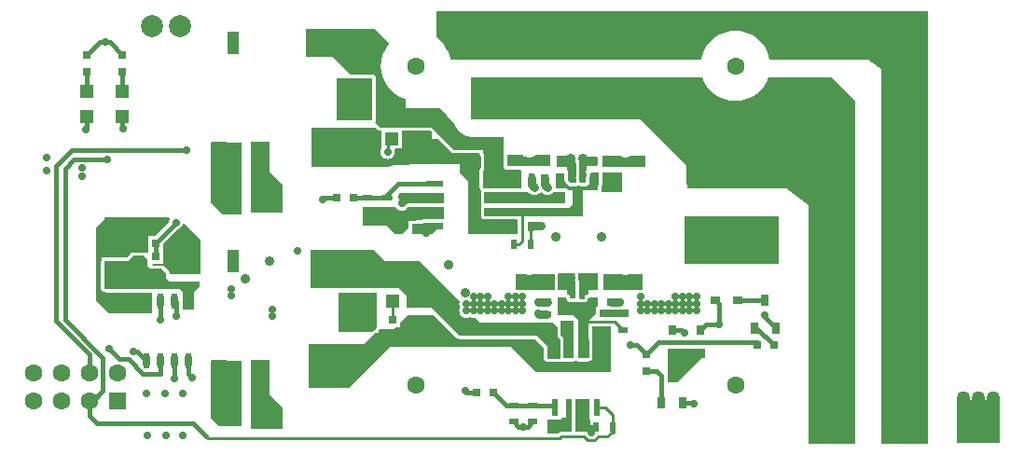
<source format=gtl>
G04*
G04 #@! TF.GenerationSoftware,Altium Limited,Altium Designer,18.0.7 (293)*
G04*
G04 Layer_Physical_Order=1*
G04 Layer_Color=255*
%FSLAX25Y25*%
%MOIN*%
G70*
G01*
G75*
%ADD10C,0.01000*%
%ADD21R,0.03543X0.03150*%
%ADD22R,0.03150X0.04331*%
%ADD23R,0.03000X0.03000*%
%ADD24R,0.03150X0.03543*%
%ADD25O,0.02362X0.05709*%
%ADD26R,0.02362X0.06102*%
%ADD27R,0.07874X0.05906*%
%ADD28R,0.03937X0.08268*%
%ADD29R,0.15748X0.15748*%
%ADD30R,0.05000X0.04500*%
%ADD31R,0.14567X0.06693*%
%ADD32R,0.07087X0.05118*%
%ADD33R,0.03543X0.02362*%
%ADD34R,0.02362X0.03543*%
%ADD35R,0.05118X0.07087*%
%ADD36R,0.03000X0.03000*%
%ADD37R,0.06102X0.02362*%
%ADD61C,0.01500*%
%ADD62C,0.03000*%
%ADD63C,0.02000*%
%ADD64C,0.06299*%
%ADD65R,0.06299X0.06299*%
%ADD66C,0.07874*%
%ADD67C,0.03500*%
%ADD68C,0.02756*%
%ADD69C,0.05000*%
G36*
X474050Y40413D02*
X457350Y40413D01*
X457350Y174412D01*
X452800Y177900D01*
X428300Y177900D01*
X417590D01*
X417194Y179547D01*
X416442Y181364D01*
X415414Y183041D01*
X414137Y184537D01*
X412641Y185814D01*
X410964Y186842D01*
X409147Y187594D01*
X407234Y188054D01*
X405273Y188208D01*
X403312Y188054D01*
X401400Y187594D01*
X399583Y186842D01*
X397905Y185814D01*
X396410Y184537D01*
X395132Y183041D01*
X394105Y181364D01*
X393352Y179547D01*
X392957Y177900D01*
X303416D01*
X303296Y178400D01*
D01*
X303021Y179547D01*
X302269Y181364D01*
X301900Y181965D01*
X301241Y183041D01*
X299963Y184537D01*
X298468Y185814D01*
X298400Y185855D01*
X298400Y195300D01*
X301900D01*
D01*
X392200D01*
Y195300D01*
X454603Y195300D01*
X474050Y195300D01*
X474050Y40413D01*
D02*
G37*
G36*
X448000Y162872D02*
X448000Y40413D01*
X431300Y40413D01*
Y125920D01*
X423500Y131900D01*
X388000D01*
Y139800D01*
X371400Y156400D01*
X310700D01*
Y171600D01*
X393435D01*
X394105Y169983D01*
X395132Y168306D01*
X396410Y166810D01*
X397905Y165532D01*
X399583Y164505D01*
X401400Y163752D01*
X403312Y163293D01*
X405273Y163138D01*
X407234Y163293D01*
X409147Y163752D01*
X410964Y164505D01*
X412641Y165532D01*
X414137Y166810D01*
X415414Y168306D01*
X416442Y169983D01*
X417112Y171600D01*
X422400D01*
Y171613D01*
X439747D01*
X448000Y162872D01*
D02*
G37*
G36*
X275500Y156100D02*
X262900D01*
Y171300D01*
X275500D01*
Y156100D01*
D02*
G37*
G36*
X373200Y139400D02*
X357700D01*
Y143400D01*
X364317D01*
X364361Y143371D01*
X365105Y143063D01*
X365489Y142986D01*
X365566Y142971D01*
X366371D01*
X366463Y142989D01*
X366832Y143063D01*
X367576Y143371D01*
X367620Y143400D01*
X373200D01*
Y139400D01*
D02*
G37*
G36*
X339200Y139800D02*
X323700D01*
Y143800D01*
X329333D01*
X329502Y143632D01*
X329892Y143371D01*
X330636Y143063D01*
X331021Y142986D01*
X331097Y142971D01*
X331903D01*
X331994Y142989D01*
X332364Y143063D01*
X333108Y143371D01*
X333499Y143632D01*
X333667Y143800D01*
X339200D01*
Y139800D01*
D02*
G37*
G36*
X347909Y143000D02*
X347844Y142500D01*
X347944Y141735D01*
X348240Y141022D01*
X348300Y140943D01*
Y140193D01*
X348207Y139968D01*
X348119Y139300D01*
X348207Y138632D01*
X348300Y138407D01*
Y137293D01*
X348207Y137068D01*
X348119Y136400D01*
X348207Y135732D01*
X348300Y135507D01*
Y133900D01*
X346200D01*
X345381Y134719D01*
Y138281D01*
X345200D01*
Y139700D01*
X341300D01*
Y143500D01*
X347547D01*
X347909Y143000D01*
D02*
G37*
G36*
X355800Y139900D02*
X352000D01*
Y138281D01*
X351919D01*
Y133900D01*
X350004Y133900D01*
X349504Y134400D01*
Y135507D01*
X349470Y135677D01*
X349493Y135732D01*
X349581Y136400D01*
X349493Y137068D01*
X349470Y137123D01*
X349504Y137293D01*
Y138407D01*
X349470Y138577D01*
X349493Y138632D01*
X349581Y139300D01*
X349493Y139968D01*
X349470Y140023D01*
X349504Y140193D01*
Y140943D01*
X349474Y141098D01*
X349463Y141255D01*
X349428Y141326D01*
X349413Y141404D01*
X349340Y141513D01*
X349322Y141555D01*
X349356Y141635D01*
X349456Y142400D01*
X349404Y142800D01*
X349809Y143298D01*
X349818Y143300D01*
X355800Y143300D01*
Y139900D01*
D02*
G37*
G36*
X356500Y133237D02*
X356465Y133191D01*
X356207Y132568D01*
X356119Y131900D01*
X356168Y131531D01*
X355794Y131100D01*
X351117D01*
X350700Y131100D01*
X350600Y131000D01*
X350700Y130900D01*
X350700Y130600D01*
Y122000D01*
X315500D01*
Y125000D01*
X345900D01*
X347100Y126200D01*
Y131100D01*
X346900Y131300D01*
X345520D01*
X345352Y131552D01*
X344961Y131813D01*
X344500Y131904D01*
X341396D01*
X341100Y132200D01*
Y137300D01*
X344177D01*
Y134719D01*
X344177Y134719D01*
X344268Y134258D01*
X344530Y133867D01*
X345349Y133048D01*
X345739Y132787D01*
X346200Y132696D01*
X346200Y132696D01*
X348300D01*
X348761Y132787D01*
X349151Y133048D01*
X349543Y132787D01*
X350004Y132696D01*
X350004Y132696D01*
X351919Y132696D01*
X352380Y132787D01*
X352770Y133048D01*
X353031Y133439D01*
X353123Y133900D01*
Y135563D01*
X353193Y135732D01*
X353281Y136400D01*
X353215Y136900D01*
X353466Y137293D01*
X353597Y137400D01*
X356500D01*
Y133237D01*
D02*
G37*
G36*
X281512Y183688D02*
X280959Y183041D01*
X279931Y181364D01*
X279179Y179547D01*
X278720Y177634D01*
X278565Y175673D01*
X278720Y173712D01*
X279179Y171800D01*
X279931Y169983D01*
X280959Y168306D01*
X282237Y166810D01*
X283732Y165532D01*
X285409Y164505D01*
X287227Y163752D01*
X287386Y163714D01*
X287550Y163550D01*
Y160650D01*
X299650D01*
X304866Y154963D01*
X305130Y154093D01*
X305687Y153050D01*
X306437Y152137D01*
X307350Y151387D01*
X308393Y150830D01*
X309524Y150487D01*
X310700Y150371D01*
X322500D01*
X322500Y143821D01*
X322496Y143800D01*
Y139800D01*
X322500Y139779D01*
Y139100D01*
X322747D01*
X322849Y138949D01*
X323239Y138687D01*
X323700Y138596D01*
X328204D01*
X328600Y138200D01*
Y131904D01*
X315500D01*
X315487Y131902D01*
X315100Y132219D01*
Y138347D01*
X315562D01*
Y144253D01*
X315100D01*
Y145700D01*
X304700D01*
X296800Y153600D01*
X287550D01*
Y153600D01*
X278300D01*
X276472Y155428D01*
X276613Y155639D01*
X276704Y156100D01*
Y171300D01*
X276613Y171761D01*
X276351Y172152D01*
X275961Y172413D01*
X275500Y172504D01*
X267796D01*
X261400Y178900D01*
X251700D01*
Y188800D01*
X276400D01*
X281512Y183688D01*
D02*
G37*
G36*
X364900Y130500D02*
X357383D01*
X357275Y130800D01*
X357224Y131000D01*
X357310Y131150D01*
X357315Y131186D01*
X357331Y131219D01*
X357344Y131418D01*
X357369Y131616D01*
X357359Y131651D01*
X357361Y131688D01*
X357333Y131900D01*
X357380Y132254D01*
X357570Y132712D01*
X357613Y132776D01*
X357628Y132854D01*
X357663Y132925D01*
X357674Y133082D01*
X357704Y133237D01*
Y137400D01*
X357868Y137600D01*
X364900D01*
Y130500D01*
D02*
G37*
G36*
X344500Y126400D02*
X315500D01*
Y130700D01*
X331076D01*
X331588Y130188D01*
X332148Y129758D01*
X332800Y129488D01*
X333500Y129396D01*
X334200Y129488D01*
X334852Y129758D01*
X335412Y130188D01*
X335529Y130340D01*
X336188Y130388D01*
X336193Y130384D01*
X336748Y129958D01*
X337400Y129688D01*
X338100Y129596D01*
X338800Y129688D01*
X339452Y129958D01*
X340012Y130388D01*
X340252Y130700D01*
X344500D01*
Y126400D01*
D02*
G37*
G36*
X301200Y126486D02*
X301100Y126404D01*
X288228D01*
X288150Y126389D01*
X288071Y126394D01*
X287922Y126343D01*
X287767Y126313D01*
X287701Y126268D01*
X287626Y126243D01*
X287508Y126139D01*
X287376Y126051D01*
X287332Y125986D01*
X287273Y125933D01*
X287094Y125700D01*
X285100D01*
Y130200D01*
X301200D01*
Y126486D01*
D02*
G37*
G36*
X301100Y120862D02*
X293568D01*
Y120500D01*
X291000D01*
X290753Y120253D01*
X288538D01*
Y118038D01*
X286100Y115600D01*
X283700D01*
X280700Y118600D01*
X272000D01*
Y125200D01*
X283772D01*
X284175Y124675D01*
X284709Y124265D01*
X285332Y124007D01*
X286000Y123919D01*
X286668Y124007D01*
X287291Y124265D01*
X287825Y124675D01*
X288228Y125200D01*
X301100D01*
Y120862D01*
D02*
G37*
G36*
X238600Y138000D02*
X243300Y133300D01*
Y123200D01*
X232000D01*
Y148700D01*
X238600D01*
X238600Y138000D01*
D02*
G37*
G36*
X228600Y148300D02*
Y122700D01*
X222000Y122700D01*
X217700Y127000D01*
X217700Y132900D01*
X217602Y148044D01*
X217956Y148397D01*
X228600Y148300D01*
D02*
G37*
G36*
X277449Y152749D02*
X277839Y152487D01*
X278300Y152396D01*
X278300Y152396D01*
X278819D01*
Y146261D01*
X278765Y146191D01*
X278507Y145568D01*
X278419Y144900D01*
X278507Y144232D01*
X278765Y143609D01*
X279175Y143075D01*
X279709Y142665D01*
X280332Y142407D01*
X281000Y142319D01*
X281668Y142407D01*
X282291Y142665D01*
X282825Y143075D01*
X283235Y143609D01*
X283493Y144232D01*
X283581Y144900D01*
X283493Y145568D01*
X283458Y145653D01*
X283736Y146069D01*
X286181D01*
Y152396D01*
X287550D01*
X287550Y152396D01*
X296301D01*
X296800Y151897D01*
Y149661D01*
X299195Y149502D01*
X303849Y144849D01*
X304239Y144587D01*
X304700Y144496D01*
X304700Y144496D01*
X313896D01*
Y144253D01*
X313987Y143792D01*
X314248Y143401D01*
X314358Y143328D01*
Y139272D01*
X314248Y139199D01*
X313987Y138808D01*
X313896Y138347D01*
Y132219D01*
X313907Y132160D01*
X313901Y132101D01*
X313953Y131931D01*
X313987Y131758D01*
X314021Y131708D01*
X314038Y131651D01*
X314150Y131514D01*
X314248Y131367D01*
X314298Y131334D01*
X314336Y131288D01*
X314424Y131216D01*
X314387Y131161D01*
X314296Y130700D01*
Y126400D01*
X314387Y125939D01*
X314547Y125700D01*
X314387Y125461D01*
X314296Y125000D01*
Y122000D01*
X314387Y121539D01*
X314649Y121149D01*
X315039Y120887D01*
X315500Y120796D01*
X327104D01*
X327286Y120614D01*
Y115500D01*
X309800D01*
Y134700D01*
X306851Y137649D01*
Y140681D01*
X288749D01*
Y140283D01*
X284600D01*
X283277Y140152D01*
X282004Y139766D01*
X281319Y139400D01*
X253700D01*
Y153400D01*
X276797D01*
X277449Y152749D01*
D02*
G37*
G36*
X300800Y117300D02*
X298500D01*
X296700Y115500D01*
X289700D01*
Y117826D01*
X289742Y118038D01*
X289742Y118038D01*
Y119049D01*
X290753D01*
X291214Y119140D01*
X291370Y119245D01*
X291446Y119296D01*
X293568D01*
X294029Y119387D01*
X294419Y119649D01*
X294426Y119658D01*
X300800D01*
Y117300D01*
D02*
G37*
G36*
X203149Y121100D02*
X203065Y120991D01*
X202807Y120368D01*
X202734Y119819D01*
X199900Y116984D01*
D01*
X198916Y116000D01*
X197897Y114981D01*
X195319D01*
Y109180D01*
X194953Y108857D01*
X194445D01*
X194361Y108913D01*
X193900Y109004D01*
X193900Y109004D01*
X190200D01*
X190200Y109004D01*
X189739Y108913D01*
X189655Y108857D01*
X189047D01*
Y108350D01*
X187830Y107133D01*
X179900D01*
Y107280D01*
X179753Y107133D01*
X178682D01*
Y106333D01*
X178596Y105900D01*
Y96000D01*
X178687Y95539D01*
X178948Y95148D01*
X179339Y94887D01*
X179800Y94796D01*
X179947D01*
X180025Y94700D01*
X196520D01*
X196720Y94500D01*
Y87100D01*
X181520D01*
X176920Y91700D01*
X176920Y118020D01*
X179900Y121000D01*
Y121600D01*
X202902D01*
X203149Y121100D01*
D02*
G37*
G36*
X420800Y121900D02*
Y105000D01*
X387100Y105000D01*
Y121900D01*
X420800Y121900D01*
D02*
G37*
G36*
X214200Y113300D02*
Y101300D01*
X203104D01*
Y101400D01*
X203013Y101861D01*
X202751Y102252D01*
X202751Y102252D01*
X200952Y104051D01*
X200681Y104232D01*
Y104281D01*
X200608D01*
X200561Y104313D01*
X200100Y104404D01*
X199639Y104313D01*
X199627Y104304D01*
X196978D01*
X196901Y104419D01*
X197169Y104919D01*
X200681D01*
Y109619D01*
Y112197D01*
X205649Y117165D01*
X205968Y117207D01*
X206591Y117465D01*
X207125Y117875D01*
X207535Y118409D01*
X207793Y119032D01*
X207798Y119068D01*
X208271Y119229D01*
X214200Y113300D01*
D02*
G37*
G36*
X372100Y95600D02*
X358200D01*
Y101100D01*
X365046D01*
X365136Y101063D01*
X365521Y100986D01*
X365597Y100971D01*
X366403D01*
X366494Y100989D01*
X366864Y101063D01*
X366954Y101100D01*
X372100D01*
Y95600D01*
D02*
G37*
G36*
X340600D02*
X326700D01*
Y101200D01*
X330305D01*
X330636Y101063D01*
X331021Y100986D01*
X331097Y100971D01*
X331903D01*
X331994Y100989D01*
X332364Y101063D01*
X332695Y101200D01*
X340600D01*
Y95600D01*
D02*
G37*
G36*
X356100Y95600D02*
X352700Y95600D01*
X352700Y93881D01*
X351319D01*
Y92300D01*
X349893Y92300D01*
X349856Y92308D01*
X349404Y92800D01*
Y93507D01*
X349370Y93677D01*
X349393Y93732D01*
X349481Y94400D01*
X349393Y95068D01*
X349370Y95123D01*
X349404Y95293D01*
Y95907D01*
X349370Y96077D01*
X349393Y96132D01*
X349481Y96800D01*
X349393Y97468D01*
X349370Y97523D01*
X349404Y97693D01*
Y98443D01*
X349374Y98598D01*
X349363Y98755D01*
X349328Y98826D01*
X349313Y98904D01*
X349240Y99013D01*
X349202Y99105D01*
X349256Y99235D01*
X349356Y100000D01*
X349256Y100765D01*
X349200Y100900D01*
Y101600D01*
X356100D01*
X356100Y95600D01*
D02*
G37*
G36*
X347988Y101112D02*
X347844Y100765D01*
X347744Y100000D01*
X347844Y99235D01*
X348140Y98522D01*
X348200Y98443D01*
Y97693D01*
X348107Y97468D01*
X348019Y96800D01*
X348107Y96132D01*
X348200Y95907D01*
Y95293D01*
X348107Y95068D01*
X348019Y94400D01*
X348107Y93732D01*
X348200Y93507D01*
Y92400D01*
X346081Y92400D01*
Y93881D01*
X345100D01*
Y95700D01*
X341804D01*
Y101200D01*
X341802Y101214D01*
X342119Y101600D01*
X347500D01*
X347988Y101112D01*
D02*
G37*
G36*
X356000Y89462D02*
X355447D01*
Y87147D01*
X352754Y84455D01*
X352993Y71557D01*
X352643Y71200D01*
X349000D01*
X349000Y84800D01*
X347400Y86400D01*
X342253Y86400D01*
X341900Y86753D01*
X341900Y92900D01*
X344442D01*
X344639Y92769D01*
X344877Y92721D01*
Y92400D01*
X344969Y91939D01*
X345230Y91549D01*
X345620Y91287D01*
X346081Y91196D01*
X348200Y91196D01*
X348661Y91287D01*
X348969Y91493D01*
X349082Y91410D01*
X349181Y91310D01*
X349270Y91273D01*
X349347Y91216D01*
X349414Y91200D01*
X349432Y91187D01*
X349509Y91172D01*
X349615Y91128D01*
X349652Y91120D01*
X349742Y91120D01*
X349804Y91105D01*
X349829Y91108D01*
X349893Y91096D01*
X351319Y91096D01*
X351780Y91187D01*
X352170Y91448D01*
X352272Y91600D01*
X352300D01*
Y91642D01*
X352432Y91839D01*
X352523Y92300D01*
Y92677D01*
X352700D01*
X353161Y92769D01*
X353358Y92900D01*
X356000D01*
X356000Y89462D01*
D02*
G37*
G36*
X367100Y85900D02*
X362668D01*
X362094Y86014D01*
X356600D01*
Y86888D01*
X356651Y87147D01*
X356651Y87147D01*
Y88477D01*
X356836Y88600D01*
X359871D01*
X359900Y88588D01*
X360600Y88496D01*
X363900D01*
X364600Y88588D01*
X364629Y88600D01*
X367100D01*
X367100Y85900D01*
D02*
G37*
G36*
X195000Y106700D02*
Y104200D01*
X196100Y103100D01*
X200000D01*
X200100Y103200D01*
X201900Y101400D01*
Y99900D01*
X203100Y98700D01*
X213700D01*
Y96800D01*
X211600Y94700D01*
Y88400D01*
X208000D01*
X207900Y88500D01*
Y94800D01*
X206700Y96000D01*
X179800D01*
Y105900D01*
X188300D01*
X190200Y107800D01*
X193900D01*
X195000Y106700D01*
D02*
G37*
G36*
X277100Y82303D02*
X276973Y82176D01*
X276712Y81785D01*
X276620Y81324D01*
X276153Y81193D01*
X276111Y81184D01*
X275720Y80923D01*
X275720Y80923D01*
X275397Y80600D01*
X263500D01*
Y94600D01*
X277100D01*
Y82303D01*
D02*
G37*
G36*
X347300Y71200D02*
X343900D01*
Y78400D01*
X342900Y79400D01*
Y84600D01*
X347300D01*
Y71200D01*
D02*
G37*
G36*
X280000Y105800D02*
X292400D01*
X306702Y91498D01*
X306607Y91268D01*
X306519Y90600D01*
X306607Y89932D01*
X306848Y89350D01*
X306607Y88768D01*
X306519Y88100D01*
X306607Y87432D01*
X306865Y86809D01*
X307275Y86275D01*
X307809Y85865D01*
X308432Y85607D01*
X309100Y85519D01*
X309768Y85607D01*
X310350Y85848D01*
X310932Y85607D01*
X311600Y85519D01*
X312268Y85607D01*
X312498Y85702D01*
X314200Y84000D01*
X340000D01*
X341696Y82304D01*
Y79400D01*
X341787Y78939D01*
X341892Y78783D01*
X342049Y78549D01*
X342049Y78549D01*
X342600Y77997D01*
Y71000D01*
X338100D01*
Y75500D01*
X334400Y79200D01*
X306600Y79200D01*
X296700Y89100D01*
X287800D01*
Y93500D01*
X286481Y94819D01*
Y94831D01*
X286469D01*
X285100Y96200D01*
Y96300D01*
X253300Y96300D01*
Y109900D01*
X275900D01*
X280000Y105800D01*
D02*
G37*
G36*
X305749Y78348D02*
X306139Y78087D01*
X306600Y77996D01*
X306600Y77996D01*
X333901Y77996D01*
X336896Y75001D01*
Y71000D01*
X336987Y70539D01*
X337248Y70148D01*
X337639Y69887D01*
X338100Y69796D01*
X342600D01*
X343061Y69887D01*
X343400Y70114D01*
X343439Y70087D01*
X343900Y69996D01*
X347300D01*
X347761Y70087D01*
X348079Y70300D01*
X348221D01*
X348539Y70087D01*
X349000Y69996D01*
X352643D01*
X352649Y69997D01*
X352654Y69996D01*
X352879Y70043D01*
X353104Y70087D01*
X353109Y70091D01*
X353114Y70092D01*
X353304Y70221D01*
X353422Y70300D01*
X353500D01*
X354200Y71000D01*
Y82586D01*
X360900D01*
X360900Y66700D01*
X360500Y66300D01*
X334200D01*
X325200Y75300D01*
X281800D01*
X267200Y60700D01*
X252600D01*
Y76300D01*
X272800D01*
X276572Y80072D01*
X277824D01*
Y81324D01*
X278100Y81600D01*
X283000D01*
X283719Y82319D01*
X285381D01*
Y83981D01*
X288100Y86700D01*
X297397D01*
X305749Y78348D01*
D02*
G37*
G36*
X394500Y74283D02*
Y71100D01*
X393200D01*
X384800Y62700D01*
X381141D01*
X381100Y62800D01*
Y74700D01*
X394300D01*
X394500Y74283D01*
D02*
G37*
G36*
X228600Y70300D02*
Y47000D01*
X220500D01*
X217700Y49800D01*
Y54900D01*
X217602Y70044D01*
X217956Y70397D01*
X228600Y70300D01*
D02*
G37*
G36*
X238600Y58200D02*
X243300Y53500D01*
Y45800D01*
X232000D01*
Y70700D01*
X238600D01*
Y58200D01*
D02*
G37*
G36*
X353238Y49368D02*
X353400D01*
Y45000D01*
X348100D01*
Y56700D01*
X353238D01*
Y49368D01*
D02*
G37*
G36*
X346800Y44814D02*
X342970D01*
X342314Y44684D01*
X341794Y44336D01*
X338200D01*
Y48883D01*
X338238Y49368D01*
X342962D01*
Y50000D01*
X346800D01*
Y44814D01*
D02*
G37*
D10*
X352508Y41722D02*
X354892D01*
X351130Y43100D02*
X352508Y41722D01*
X354892D02*
X356270Y43100D01*
X216478Y42622D02*
X342492D01*
X216000Y43100D02*
X216478Y42622D01*
X356270Y43100D02*
X359400D01*
X342970D02*
X351130D01*
X342492Y42622D02*
X342970Y43100D01*
X359400D02*
X361305Y45006D01*
X173000Y157700D02*
X173400D01*
X361305Y46600D02*
Y50894D01*
X358600Y53600D02*
X361305Y50894D01*
X355600Y53600D02*
X358600D01*
X282700Y85000D02*
X282800Y85100D01*
Y91400D01*
X363900Y91200D02*
X364000Y91300D01*
X351800Y84300D02*
X362094D01*
X365100Y81295D01*
X281000Y144900D02*
Y148000D01*
X282500Y149500D01*
X332100Y111800D02*
Y118200D01*
X332600Y118700D01*
X329000Y123500D02*
X329100Y123600D01*
X329000Y113000D02*
Y123500D01*
X327800Y111800D02*
X329000Y113000D01*
X326195Y111800D02*
X327800D01*
D21*
X406234Y92000D02*
D03*
X397966D02*
D03*
D22*
X412160Y81979D02*
D03*
X419640D02*
D03*
X415900Y91821D02*
D03*
X378860Y55058D02*
D03*
X386340D02*
D03*
X382600Y64900D02*
D03*
D23*
X419000Y75800D02*
D03*
X413000D02*
D03*
X268700Y128500D02*
D03*
X262700D02*
D03*
X348900Y128000D02*
D03*
X342900D02*
D03*
X318900Y59000D02*
D03*
X312900D02*
D03*
X350800Y82700D02*
D03*
X344800D02*
D03*
D24*
X392800Y72966D02*
D03*
Y81234D02*
D03*
X382600Y72966D02*
D03*
Y81234D02*
D03*
D25*
X209800Y91657D02*
D03*
X204800D02*
D03*
X199800D02*
D03*
X194800D02*
D03*
X209800Y70200D02*
D03*
X204800D02*
D03*
X199800D02*
D03*
X194800D02*
D03*
D26*
X355600Y74860D02*
D03*
X350600D02*
D03*
X345600D02*
D03*
X340600D02*
D03*
Y53600D02*
D03*
X345600D02*
D03*
X350600D02*
D03*
X355600D02*
D03*
D27*
X183800Y115401D02*
D03*
Y102999D02*
D03*
D28*
X255600Y106000D02*
D03*
X225600D02*
D03*
Y66000D02*
D03*
X235600D02*
D03*
X255600D02*
D03*
Y184000D02*
D03*
X225600D02*
D03*
Y144000D02*
D03*
X235600D02*
D03*
X255600D02*
D03*
D29*
X465950Y48500D02*
D03*
X492000D02*
D03*
X439900D02*
D03*
D30*
X186100Y157700D02*
D03*
Y166700D02*
D03*
X282500Y158500D02*
D03*
Y149500D02*
D03*
X173400Y157700D02*
D03*
Y166700D02*
D03*
X282800Y100400D02*
D03*
Y91400D02*
D03*
D31*
X358260Y181857D02*
D03*
Y163943D02*
D03*
X377780Y181857D02*
D03*
Y163943D02*
D03*
X413400Y118543D02*
D03*
Y136457D02*
D03*
X395200Y118543D02*
D03*
Y136457D02*
D03*
X319220Y181857D02*
D03*
Y163943D02*
D03*
X338740Y181857D02*
D03*
Y163943D02*
D03*
D32*
X273100Y83812D02*
D03*
Y72788D02*
D03*
X271200Y179112D02*
D03*
Y168088D02*
D03*
X292100Y157712D02*
D03*
Y146688D02*
D03*
X271100Y160612D02*
D03*
Y149588D02*
D03*
X273100Y102512D02*
D03*
Y91488D02*
D03*
X291900Y93512D02*
D03*
Y82488D02*
D03*
D33*
X365100Y87200D02*
D03*
Y81295D02*
D03*
X290300Y122800D02*
D03*
Y128706D02*
D03*
X280600Y122695D02*
D03*
Y128600D02*
D03*
X329900Y81200D02*
D03*
Y75295D02*
D03*
X337800Y86705D02*
D03*
Y80800D02*
D03*
X332900Y48400D02*
D03*
Y54305D02*
D03*
X358400Y87100D02*
D03*
Y81195D02*
D03*
X273800Y122594D02*
D03*
Y128500D02*
D03*
X326100Y48400D02*
D03*
Y54305D02*
D03*
X205000Y103305D02*
D03*
Y97400D02*
D03*
X211300Y103305D02*
D03*
Y97400D02*
D03*
X192000Y112400D02*
D03*
Y106494D02*
D03*
D34*
X319106Y141300D02*
D03*
X313200D02*
D03*
X233100Y134900D02*
D03*
X227194D02*
D03*
X332306Y135700D02*
D03*
X326400D02*
D03*
X332100Y118200D02*
D03*
X326195D02*
D03*
X284995Y117300D02*
D03*
X290900D02*
D03*
X233500Y58000D02*
D03*
X227594D02*
D03*
X351105Y46700D02*
D03*
X345200D02*
D03*
X355400Y46600D02*
D03*
X361305D02*
D03*
X332100Y111800D02*
D03*
X326195D02*
D03*
D35*
X235512Y126700D02*
D03*
X224488D02*
D03*
X236012Y50600D02*
D03*
X224988D02*
D03*
D36*
X354600Y141600D02*
D03*
Y135600D02*
D03*
X342700Y141600D02*
D03*
Y135600D02*
D03*
X337100Y141600D02*
D03*
Y135600D02*
D03*
X359800Y141600D02*
D03*
Y135600D02*
D03*
X173500Y179600D02*
D03*
Y173600D02*
D03*
X282700Y79000D02*
D03*
Y85000D02*
D03*
X354000Y97200D02*
D03*
Y91200D02*
D03*
X343400Y97200D02*
D03*
Y91200D02*
D03*
X360600Y97200D02*
D03*
Y91200D02*
D03*
X338200Y97200D02*
D03*
Y91200D02*
D03*
X186200Y179600D02*
D03*
X186200Y173600D02*
D03*
X198000Y107600D02*
D03*
Y101600D02*
D03*
Y112300D02*
D03*
Y118300D02*
D03*
X373400Y72600D02*
D03*
Y66600D02*
D03*
D37*
X319060Y118500D02*
D03*
Y123500D02*
D03*
Y128500D02*
D03*
Y133500D02*
D03*
X297800D02*
D03*
Y128500D02*
D03*
Y123500D02*
D03*
Y118500D02*
D03*
D61*
X211300Y47800D02*
X216000Y43100D01*
X377700Y76900D02*
X413000D01*
Y75800D02*
Y76900D01*
X373400Y72600D02*
X377700Y76900D01*
X415700Y85919D02*
Y86700D01*
Y85919D02*
X419640Y81979D01*
X412821D02*
X419000Y75800D01*
X412160Y81979D02*
X412821D01*
X415721Y92000D02*
X415900Y91821D01*
X406234Y92000D02*
X415721D01*
X399500Y83200D02*
Y90466D01*
X397966Y92000D02*
X399500Y90466D01*
X390442Y55058D02*
X390500Y55000D01*
X386340Y55058D02*
X390442D01*
X394766Y83200D02*
X399500D01*
X392800Y81234D02*
X394766Y83200D01*
X361305Y45006D02*
Y46600D01*
X180200Y184200D02*
X181600D01*
X186200Y179600D01*
X178100Y184200D02*
X180200D01*
X173500Y179600D02*
X178100Y184200D01*
X257600Y127900D02*
X258200Y128500D01*
X262700D01*
X168100Y145500D02*
X209100D01*
X205300Y119600D02*
Y119700D01*
X318900Y59000D02*
X323594Y54305D01*
X326100D01*
X309200Y59000D02*
X312900D01*
X308700Y59500D02*
X309200Y59000D01*
X181500Y74400D02*
X185000Y70900D01*
X188282D01*
X193586Y65596D01*
X199600D01*
X199800Y65796D01*
Y70200D01*
Y71018D01*
Y84865D02*
X199900Y84765D01*
X373400Y66600D02*
X377100D01*
X378860Y64840D01*
X367700Y76000D02*
X370000D01*
X373400Y72600D01*
X378860Y55058D02*
Y64840D01*
X386166Y81234D02*
X387100Y80300D01*
X382600Y81234D02*
X386166D01*
X280600Y129500D02*
X281600Y128500D01*
X273800D02*
X281600D01*
X268700D02*
X273800D01*
X280600Y129500D02*
X284600Y133500D01*
X297800D01*
X168928Y142328D02*
X173096D01*
X165600Y139000D02*
X168928Y142328D01*
X165600Y84835D02*
Y139000D01*
X162500Y139900D02*
X168100Y145500D01*
X162500Y84400D02*
Y139900D01*
X173124Y142300D02*
X180700D01*
X173096Y142328D02*
X173124Y142300D01*
X205400Y86300D02*
Y91057D01*
X204800Y91657D02*
X205400Y91057D01*
X191400Y73600D02*
X194800Y70200D01*
X190100Y73600D02*
X191400D01*
X198000Y112300D02*
X205300Y119600D01*
X173000Y180100D02*
X173500Y179600D01*
X199800Y84865D02*
Y91657D01*
X198000Y107600D02*
Y112300D01*
X173100Y152900D02*
X173400Y153200D01*
Y157700D01*
X186100Y153400D02*
X186300Y153200D01*
X186100Y153400D02*
Y157700D01*
X186200Y173500D02*
X186200Y173500D01*
X186100Y173400D02*
X186200Y173500D01*
Y173600D01*
Y166800D02*
Y173500D01*
X186100Y166700D02*
X186200Y166800D01*
X173400Y166700D02*
X173500Y166800D01*
Y173600D01*
X209800Y65500D02*
Y70200D01*
Y65500D02*
X211000Y64300D01*
X204800Y64000D02*
Y70200D01*
X165600Y84835D02*
X179200Y71236D01*
X162500Y84400D02*
X174300Y72600D01*
Y56000D02*
X175599D01*
X179200Y59600D01*
Y71236D01*
X174300Y50600D02*
Y56000D01*
Y50600D02*
X177100Y47800D01*
X211300D01*
X174300Y66000D02*
Y72600D01*
X327800Y46700D02*
X329300D01*
X326100Y48400D02*
X327800Y46700D01*
X329300D02*
X331200D01*
X332900Y48400D01*
X290300Y122800D02*
X291000Y123500D01*
X297594Y128706D02*
X297800Y128500D01*
X355300Y46700D02*
X355400Y46600D01*
X351105Y46700D02*
X355300D01*
X350600Y47205D02*
X351105Y46700D01*
X345200D02*
X345600Y47100D01*
X339895Y54305D02*
X340600Y53600D01*
X332900Y54305D02*
X339895D01*
X326100D02*
X332900D01*
D62*
X334800Y91200D02*
X338200D01*
X334600Y87300D02*
X335194Y86705D01*
X360600Y91200D02*
X363900D01*
X335194Y86705D02*
X337800D01*
X332600Y118700D02*
X335600D01*
X337100Y133300D02*
X338100Y132300D01*
X337100Y133300D02*
Y135600D01*
X332306Y133294D02*
X333500Y132100D01*
X332306Y133294D02*
Y135700D01*
D63*
X291000Y123500D02*
X297800D01*
X290300Y128706D02*
X297594D01*
X350600Y47205D02*
Y53600D01*
X345600Y47100D02*
Y53600D01*
D64*
X291100Y61500D02*
D03*
X405273Y175673D02*
D03*
X291100D02*
D03*
X405273Y61500D02*
D03*
X174300Y56000D02*
D03*
X164300D02*
D03*
X154300D02*
D03*
X184300Y66000D02*
D03*
X174300D02*
D03*
X164300D02*
D03*
X154300D02*
D03*
D65*
X184300Y56000D02*
D03*
D66*
X206850Y189902D02*
D03*
X196850Y189900D02*
D03*
D67*
X308800Y94600D02*
D03*
X230200Y99400D02*
D03*
X238600Y105900D02*
D03*
X346400Y100000D02*
D03*
X302900Y104500D02*
D03*
X328500Y99100D02*
D03*
X357400Y114600D02*
D03*
X341000D02*
D03*
X350700Y100000D02*
D03*
X370300Y99300D02*
D03*
X371400Y141500D02*
D03*
X350800Y142500D02*
D03*
X346500Y142400D02*
D03*
X325500Y141700D02*
D03*
X358540Y159500D02*
D03*
X338820D02*
D03*
D68*
X415700Y86700D02*
D03*
X390500Y55000D02*
D03*
X399500Y83200D02*
D03*
X353700Y44600D02*
D03*
X180200Y184200D02*
D03*
X257600Y127900D02*
D03*
X241200Y131800D02*
D03*
Y125500D02*
D03*
X219400Y141300D02*
D03*
Y138300D02*
D03*
Y135300D02*
D03*
X209100Y145500D02*
D03*
X191300Y120000D02*
D03*
X194700D02*
D03*
X205300Y119700D02*
D03*
X207200Y116200D02*
D03*
X294700Y116000D02*
D03*
X308700Y59500D02*
D03*
X349400Y48800D02*
D03*
X181500Y74400D02*
D03*
X199900Y84765D02*
D03*
X350600Y96800D02*
D03*
X346900Y94400D02*
D03*
Y96800D02*
D03*
X350600Y94400D02*
D03*
X263500Y107300D02*
D03*
X267100D02*
D03*
X331800Y141500D02*
D03*
X205400Y86300D02*
D03*
X190100Y73600D02*
D03*
X367700Y76000D02*
D03*
X316600Y93100D02*
D03*
X171800Y136200D02*
D03*
Y139200D02*
D03*
X159000Y138100D02*
D03*
Y142900D02*
D03*
X180700Y142300D02*
D03*
X186300Y153200D02*
D03*
X173100Y152900D02*
D03*
X211000Y64300D02*
D03*
X201500Y58700D02*
D03*
X204800Y64000D02*
D03*
X219400Y57300D02*
D03*
X309100Y88100D02*
D03*
Y90600D02*
D03*
X326600Y88100D02*
D03*
Y93100D02*
D03*
Y90600D02*
D03*
X329100Y88100D02*
D03*
Y93100D02*
D03*
Y90600D02*
D03*
X331600Y99100D02*
D03*
X334600D02*
D03*
X334800Y91200D02*
D03*
X334600Y87300D02*
D03*
X279600Y120100D02*
D03*
X277200D02*
D03*
X239600Y86300D02*
D03*
Y88700D02*
D03*
X225000Y93400D02*
D03*
Y95800D02*
D03*
X187900Y120000D02*
D03*
X189100Y97700D02*
D03*
X185700D02*
D03*
X182300D02*
D03*
X387100Y80300D02*
D03*
X248700Y109700D02*
D03*
X329300Y46700D02*
D03*
X286000Y128900D02*
D03*
Y126500D02*
D03*
X341300Y47900D02*
D03*
Y45500D02*
D03*
X241200Y53500D02*
D03*
Y50500D02*
D03*
Y47500D02*
D03*
X219400Y60300D02*
D03*
Y63300D02*
D03*
X194900Y58700D02*
D03*
X207700D02*
D03*
X207900Y43600D02*
D03*
X201700D02*
D03*
X195100D02*
D03*
X429600Y185900D02*
D03*
Y183400D02*
D03*
Y180900D02*
D03*
X432100Y185900D02*
D03*
Y183400D02*
D03*
Y180900D02*
D03*
X434600Y185900D02*
D03*
Y183400D02*
D03*
Y180900D02*
D03*
X444600D02*
D03*
Y183400D02*
D03*
Y185900D02*
D03*
X442100Y180900D02*
D03*
Y183400D02*
D03*
Y185900D02*
D03*
X439600Y180900D02*
D03*
Y183400D02*
D03*
Y185900D02*
D03*
X437100Y180900D02*
D03*
Y183400D02*
D03*
Y185900D02*
D03*
X447100D02*
D03*
Y183400D02*
D03*
Y180900D02*
D03*
X449600Y185900D02*
D03*
Y183400D02*
D03*
Y180900D02*
D03*
X429600Y193300D02*
D03*
Y190800D02*
D03*
Y188300D02*
D03*
X432100Y193300D02*
D03*
Y190800D02*
D03*
Y188300D02*
D03*
X434600Y193300D02*
D03*
Y190800D02*
D03*
Y188300D02*
D03*
X444600D02*
D03*
Y190800D02*
D03*
Y193300D02*
D03*
X442100Y188300D02*
D03*
Y190800D02*
D03*
Y193300D02*
D03*
X439600Y188300D02*
D03*
Y190800D02*
D03*
Y193300D02*
D03*
X437100Y188300D02*
D03*
Y190800D02*
D03*
Y193300D02*
D03*
X447100D02*
D03*
Y190800D02*
D03*
Y188300D02*
D03*
X449600Y193300D02*
D03*
Y190800D02*
D03*
Y188300D02*
D03*
X266000Y87300D02*
D03*
Y84650D02*
D03*
Y82000D02*
D03*
X259900Y67300D02*
D03*
X263500D02*
D03*
X267100D02*
D03*
X259900Y107300D02*
D03*
X362300Y87200D02*
D03*
X364000Y91300D02*
D03*
X364200Y99300D02*
D03*
X367200D02*
D03*
X281000Y144900D02*
D03*
X262100Y142600D02*
D03*
X265700D02*
D03*
X269300D02*
D03*
X267100Y185300D02*
D03*
X263500D02*
D03*
X259900D02*
D03*
X264800Y161100D02*
D03*
Y163750D02*
D03*
Y166400D02*
D03*
X335600Y118700D02*
D03*
X362500Y132000D02*
D03*
X358700Y131900D02*
D03*
X338100Y132300D02*
D03*
X333500Y132100D02*
D03*
X365300Y141500D02*
D03*
X368300D02*
D03*
X350700Y139300D02*
D03*
Y136400D02*
D03*
X347000D02*
D03*
Y139300D02*
D03*
X328600Y141700D02*
D03*
X396900Y147800D02*
D03*
Y145300D02*
D03*
Y142800D02*
D03*
X399400Y147800D02*
D03*
Y145300D02*
D03*
Y142800D02*
D03*
X401900Y147800D02*
D03*
Y145300D02*
D03*
Y142800D02*
D03*
X404400Y147800D02*
D03*
Y145300D02*
D03*
Y142800D02*
D03*
X414400D02*
D03*
Y145300D02*
D03*
Y147800D02*
D03*
X411900Y142800D02*
D03*
Y145300D02*
D03*
Y147800D02*
D03*
X409400Y142800D02*
D03*
Y145300D02*
D03*
Y147800D02*
D03*
X406900Y142800D02*
D03*
Y145300D02*
D03*
Y147800D02*
D03*
X416900D02*
D03*
Y145300D02*
D03*
Y142800D02*
D03*
X419400Y147800D02*
D03*
Y145300D02*
D03*
Y142800D02*
D03*
X419100Y108100D02*
D03*
Y110600D02*
D03*
Y113100D02*
D03*
X416600Y108100D02*
D03*
Y110600D02*
D03*
Y113100D02*
D03*
X406600D02*
D03*
Y110600D02*
D03*
Y108100D02*
D03*
X409100Y113100D02*
D03*
Y110600D02*
D03*
Y108100D02*
D03*
X411600Y113100D02*
D03*
Y110600D02*
D03*
Y108100D02*
D03*
X414100Y113100D02*
D03*
Y110600D02*
D03*
Y108100D02*
D03*
X404100D02*
D03*
Y110600D02*
D03*
Y113100D02*
D03*
X401600Y108100D02*
D03*
Y110600D02*
D03*
Y113100D02*
D03*
X399100Y108100D02*
D03*
Y110600D02*
D03*
Y113100D02*
D03*
X396600Y108100D02*
D03*
Y110600D02*
D03*
Y113100D02*
D03*
X394100Y108100D02*
D03*
Y110600D02*
D03*
Y113100D02*
D03*
X391600Y108100D02*
D03*
Y110600D02*
D03*
Y113100D02*
D03*
X389100Y108100D02*
D03*
Y110600D02*
D03*
Y113100D02*
D03*
X371400Y93100D02*
D03*
Y90600D02*
D03*
Y88100D02*
D03*
X373900Y90600D02*
D03*
Y88100D02*
D03*
X376400Y90600D02*
D03*
Y88100D02*
D03*
X378900Y90600D02*
D03*
Y88100D02*
D03*
X381400Y90600D02*
D03*
Y88100D02*
D03*
X391400D02*
D03*
Y90600D02*
D03*
Y93100D02*
D03*
X388900Y88100D02*
D03*
Y90600D02*
D03*
Y93100D02*
D03*
X386400Y88100D02*
D03*
Y90600D02*
D03*
Y93100D02*
D03*
X383900Y88100D02*
D03*
Y90600D02*
D03*
Y93100D02*
D03*
X311600D02*
D03*
Y90600D02*
D03*
Y88100D02*
D03*
X314100Y93100D02*
D03*
Y90600D02*
D03*
Y88100D02*
D03*
X316600Y90600D02*
D03*
Y88100D02*
D03*
X319100Y90600D02*
D03*
Y88100D02*
D03*
X324100D02*
D03*
Y90600D02*
D03*
Y93100D02*
D03*
X321600Y88100D02*
D03*
Y90600D02*
D03*
X390900Y188300D02*
D03*
Y190800D02*
D03*
Y193300D02*
D03*
X388400Y188300D02*
D03*
Y190800D02*
D03*
Y193300D02*
D03*
X378400D02*
D03*
Y190800D02*
D03*
Y188300D02*
D03*
X380900Y193300D02*
D03*
Y190800D02*
D03*
Y188300D02*
D03*
X383400Y193300D02*
D03*
Y190800D02*
D03*
Y188300D02*
D03*
X385900Y193300D02*
D03*
Y190800D02*
D03*
Y188300D02*
D03*
X375900D02*
D03*
Y190800D02*
D03*
Y193300D02*
D03*
X373400Y188300D02*
D03*
Y190800D02*
D03*
Y193300D02*
D03*
X370900Y188300D02*
D03*
Y190800D02*
D03*
Y193300D02*
D03*
X368400Y188300D02*
D03*
Y190800D02*
D03*
Y193300D02*
D03*
X365900Y188300D02*
D03*
Y190800D02*
D03*
Y193300D02*
D03*
X363400Y188300D02*
D03*
Y190800D02*
D03*
Y193300D02*
D03*
X360900Y188300D02*
D03*
Y190800D02*
D03*
Y193300D02*
D03*
X358400Y188300D02*
D03*
Y190800D02*
D03*
Y193300D02*
D03*
X355900Y188300D02*
D03*
Y190800D02*
D03*
Y193300D02*
D03*
X353400Y188300D02*
D03*
Y190800D02*
D03*
Y193300D02*
D03*
X350900Y188300D02*
D03*
Y190800D02*
D03*
Y193300D02*
D03*
X348400Y188300D02*
D03*
Y190800D02*
D03*
Y193300D02*
D03*
X345900Y188300D02*
D03*
Y190800D02*
D03*
Y193300D02*
D03*
X343400Y188300D02*
D03*
Y190800D02*
D03*
Y193300D02*
D03*
X340900Y188300D02*
D03*
Y190800D02*
D03*
Y193300D02*
D03*
X338400Y188300D02*
D03*
Y190800D02*
D03*
Y193300D02*
D03*
X335900Y188300D02*
D03*
Y190800D02*
D03*
Y193300D02*
D03*
X333400Y188300D02*
D03*
Y190800D02*
D03*
Y193300D02*
D03*
X330900Y188300D02*
D03*
Y190800D02*
D03*
Y193300D02*
D03*
X328400Y188300D02*
D03*
Y190800D02*
D03*
Y193300D02*
D03*
X325900Y188300D02*
D03*
Y190800D02*
D03*
Y193300D02*
D03*
X323400Y188300D02*
D03*
Y190800D02*
D03*
Y193300D02*
D03*
X320900Y188300D02*
D03*
Y190800D02*
D03*
Y193300D02*
D03*
X318400Y188300D02*
D03*
Y190800D02*
D03*
Y193300D02*
D03*
X315900Y188300D02*
D03*
Y190800D02*
D03*
Y193300D02*
D03*
X313400Y188300D02*
D03*
Y190800D02*
D03*
Y193300D02*
D03*
X310900Y188300D02*
D03*
Y190800D02*
D03*
Y193300D02*
D03*
X308400Y188300D02*
D03*
Y190800D02*
D03*
Y193300D02*
D03*
X305900Y188300D02*
D03*
Y190800D02*
D03*
Y193300D02*
D03*
X303400D02*
D03*
Y190800D02*
D03*
Y188300D02*
D03*
X381660Y169900D02*
D03*
X379160D02*
D03*
X376660D02*
D03*
X381660Y167300D02*
D03*
X379160D02*
D03*
X376660D02*
D03*
X359640Y169900D02*
D03*
X356940D02*
D03*
X359640Y167300D02*
D03*
X356940D02*
D03*
X340320Y169900D02*
D03*
X337620D02*
D03*
X340320Y167300D02*
D03*
X337620D02*
D03*
X315600Y169900D02*
D03*
X318100D02*
D03*
X320600D02*
D03*
X315600Y167300D02*
D03*
X318100D02*
D03*
X320600D02*
D03*
X376660Y164700D02*
D03*
Y162100D02*
D03*
Y159500D02*
D03*
X379160Y164700D02*
D03*
Y162100D02*
D03*
Y159500D02*
D03*
X381660Y164700D02*
D03*
Y162100D02*
D03*
Y159500D02*
D03*
X356940Y164700D02*
D03*
Y162100D02*
D03*
X359640Y164700D02*
D03*
Y162300D02*
D03*
X337620Y164700D02*
D03*
Y162300D02*
D03*
X340320Y164700D02*
D03*
Y162100D02*
D03*
X320600Y159500D02*
D03*
Y162100D02*
D03*
Y164700D02*
D03*
X318100Y159500D02*
D03*
Y162100D02*
D03*
Y164700D02*
D03*
X315600Y159500D02*
D03*
Y162100D02*
D03*
Y164700D02*
D03*
D69*
X486600Y56800D02*
D03*
X491950D02*
D03*
X497300D02*
D03*
X460550D02*
D03*
X465900D02*
D03*
X471250D02*
D03*
X445200D02*
D03*
X439850D02*
D03*
X434500D02*
D03*
M02*

</source>
